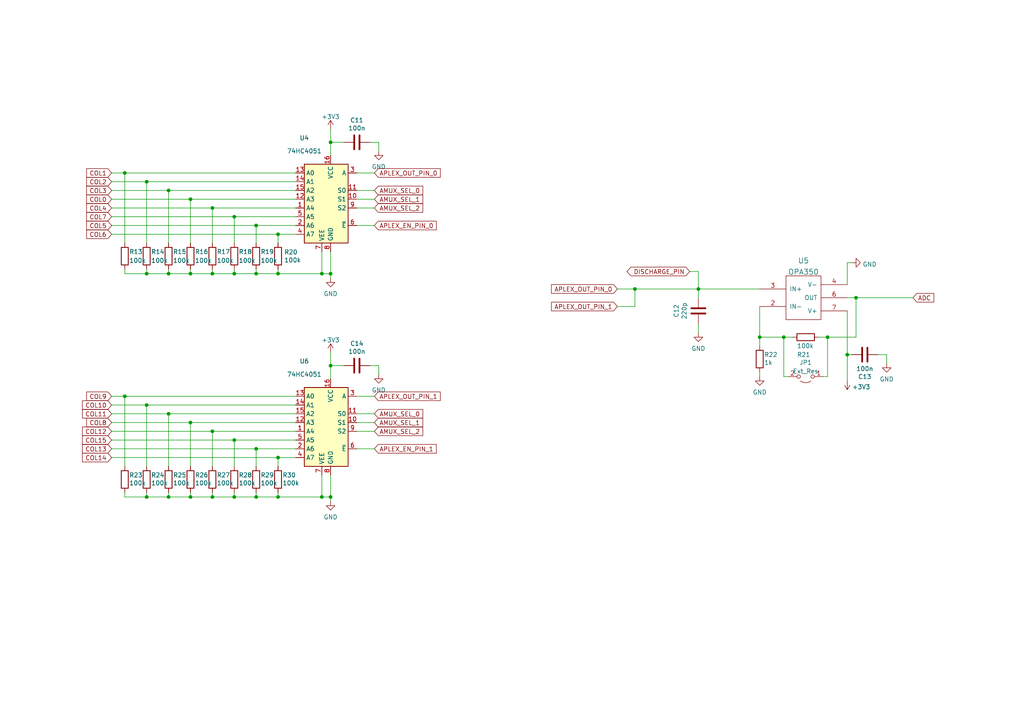
<source format=kicad_sch>
(kicad_sch (version 20211123) (generator eeschema)
  (paper "A4")
  (title_block (title "RF_R1_8-9Xu PCB - Analog Circuit") (date "2022-08-10") (rev "1") (company "Cipulot PCB Design ") (comment 1 "MIT License") (comment 2 "Cipulot"))
  (lib_symbols
    (symbol "74xx:74HC4051"
      (property "Reference" "U" (at -5.08 11.43 0))
      (property "Value" "74HC4051" (at -7.62 -13.97 0))
      (symbol "74HC4051_0_1"
        (rectangle (start -5.08 10.16) (end 7.62 -12.7) (stroke (width 0.254)) (fill (type background)))
      )
      (symbol "74HC4051_1_1"
        (pin passive line (at 10.16 -2.54 180) (length 2.54) (name "A4") (number "1"))
        (pin input line (at -7.62 0 0) (length 2.54) (name "S1") (number "10"))
        (pin input line (at -7.62 2.54 0) (length 2.54) (name "S0") (number "11"))
        (pin passive line (at 10.16 0 180) (length 2.54) (name "A3") (number "12"))
        (pin passive line (at 10.16 7.62 180) (length 2.54) (name "A0") (number "13"))
        (pin passive line (at 10.16 5.08 180) (length 2.54) (name "A1") (number "14"))
        (pin passive line (at 10.16 2.54 180) (length 2.54) (name "A2") (number "15"))
        (pin power_in line (at 0 12.7 270) (length 2.54) (name "VCC") (number "16"))
        (pin passive line (at 10.16 -7.62 180) (length 2.54) (name "A6") (number "2"))
        (pin passive line (at -7.62 7.62 0) (length 2.54) (name "A") (number "3"))
        (pin passive line (at 10.16 -10.16 180) (length 2.54) (name "A7") (number "4"))
        (pin passive line (at 10.16 -5.08 180) (length 2.54) (name "A5") (number "5"))
        (pin input line (at -7.62 -7.62 0) (length 2.54) (name "~{E}") (number "6"))
        (pin power_in line (at 2.54 -15.24 90) (length 2.54) (name "VEE") (number "7"))
        (pin power_in line (at 0 -15.24 90) (length 2.54) (name "GND") (number "8"))
        (pin input line (at -7.62 -2.54 0) (length 2.54) (name "S2") (number "9"))
      )
    )
    (symbol "Device:C" (pin_numbers hide) (pin_names (offset 0.254))
      (property "Reference" "C" (at 0.635 2.54 0))
      (property "Value" "C" (at 0.635 -2.54 0))
      (symbol "C_0_1"
        (polyline (pts (xy -2.032 -0.762) (xy 2.032 -0.762)) (stroke (width 0.508)))
        (polyline (pts (xy -2.032 0.762) (xy 2.032 0.762)) (stroke (width 0.508)))
      )
      (symbol "C_1_1"
        (pin passive line (at 0 3.81 270) (length 2.794) (name "~") (number "1"))
        (pin passive line (at 0 -3.81 90) (length 2.794) (name "~") (number "2"))
      )
    )
    (symbol "Device:R" (pin_numbers hide) (pin_names (offset 0))
      (property "Reference" "R" (at 2.032 0 90))
      (property "Value" "R" (at 0 0 90))
      (symbol "R_0_1"
        (rectangle (start -1.016 -2.54) (end 1.016 2.54) (stroke (width 0.254)))
      )
      (symbol "R_1_1"
        (pin passive line (at 0 3.81 270) (length 1.27) (name "~") (number "1"))
        (pin passive line (at 0 -3.81 90) (length 1.27) (name "~") (number "2"))
      )
    )
    (symbol "Jumper:Jumper_2_Open" (pin_names (offset 0) hide)
      (property "Reference" "JP" (at 0 2.794 0))
      (property "Value" "Jumper_2_Open" (at 0 -2.286 0))
      (symbol "Jumper_2_Open_0_0"
        (circle (center -2.032 0) (radius 0.508))
        (circle (center 2.032 0) (radius 0.508))
      )
      (symbol "Jumper_2_Open_0_1"
        (arc (start 1.524 1.27) (mid 0 1.778) (end -1.524 1.27))
      )
      (symbol "Jumper_2_Open_1_1"
        (pin passive line (at -5.08 0 0) (length 2.54) (name "A") (number "1"))
        (pin passive line (at 5.08 0 180) (length 2.54) (name "B") (number "2"))
      )
    )
    (symbol "burrbrown:OPA350" (pin_names (offset 1.016))
      (property "Reference" "U" (at 8.89 -7.62 0))
      (property "Value" "OPA350" (at 5.08 7.62 0))
      (symbol "OPA350_0_1"
        (rectangle (start 0 -6.35) (end 10.16 6.35))
        (pin input line (at -7.62 2.54 0) (length 7.62) (name "IN-") (number "2"))
        (pin input line (at -7.62 -2.54 0) (length 7.62) (name "IN+") (number "3"))
        (pin input line (at 17.78 -3.81 180) (length 7.62) (name "V-") (number "4"))
        (pin input line (at 17.78 0 180) (length 7.62) (name "OUT") (number "6"))
        (pin input line (at 17.78 3.81 180) (length 7.62) (name "V+") (number "7"))
      )
    )
    (symbol "power:+3.3V" (power) (pin_names (offset 0))
      (property "Value" "+3.3V" (at 0 3.556 0))
      (symbol "+3.3V_0_1"
        (polyline (pts (xy -0.762 1.27) (xy 0 2.54)))
        (polyline (pts (xy 0 0) (xy 0 2.54)))
        (polyline (pts (xy 0 2.54) (xy 0.762 1.27)))
      )
      (symbol "+3.3V_1_1"
        (pin power_in line (at 0 0 90) (length 0) hide (name "+3V3") (number "1"))
      )
    )
    (symbol "power:GND" (power) (pin_names (offset 0))
      (property "Value" "GND" (at 0 -3.81 0))
      (symbol "GND_0_1"
        (polyline (pts (xy 0 0) (xy 0 -1.27) (xy 1.27 -1.27) (xy 0 -2.54) (xy -1.27 -1.27) (xy 0 -1.27)))
      )
      (symbol "GND_1_1"
        (pin power_in line (at 0 0 270) (length 0) hide (name "GND") (number "1"))
      )
    )
  )
  (junction (at 248.285 86.36))
  (junction (at 93.345 79.375))
  (junction (at 55.245 57.785))
  (junction (at 95.885 41.275))
  (junction (at 95.885 79.375))
  (junction (at 80.645 132.715))
  (junction (at 74.295 130.175))
  (junction (at 74.295 79.375))
  (junction (at 67.945 144.145))
  (junction (at 42.545 117.475))
  (junction (at 67.945 127.635))
  (junction (at 93.345 144.145))
  (junction (at 48.895 79.375))
  (junction (at 202.565 83.82))
  (junction (at 55.245 79.375))
  (junction (at 184.15 83.82))
  (junction (at 220.345 97.79))
  (junction (at 67.945 79.375))
  (junction (at 42.545 79.375))
  (junction (at 61.595 60.325))
  (junction (at 95.885 106.045))
  (junction (at 61.595 125.095))
  (junction (at 42.545 144.145))
  (junction (at 74.295 65.405))
  (junction (at 227.33 97.79))
  (junction (at 48.895 144.145))
  (junction (at 55.245 144.145))
  (junction (at 80.645 67.945))
  (junction (at 67.945 62.865))
  (junction (at 95.885 144.145))
  (junction (at 36.195 50.165))
  (junction (at 61.595 144.145))
  (junction (at 240.03 97.79))
  (junction (at 55.245 122.555))
  (junction (at 61.595 79.375))
  (junction (at 42.545 52.705))
  (junction (at 36.195 114.935))
  (junction (at 245.745 102.87))
  (junction (at 48.895 120.015))
  (junction (at 80.645 79.375))
  (junction (at 48.895 55.245))
  (junction (at 74.295 144.145))
  (junction (at 80.645 144.145))
  (wire (pts (xy 248.285 97.79) (xy 248.285 86.36)))
  (wire (pts (xy 74.295 70.485) (xy 74.295 65.405)))
  (wire (pts (xy 32.385 114.935) (xy 36.195 114.935)))
  (wire (pts (xy 36.195 114.935) (xy 85.725 114.935)))
  (wire (pts (xy 95.885 80.645) (xy 95.885 79.375)))
  (wire (pts (xy 227.33 97.79) (xy 229.87 97.79)))
  (wire (pts (xy 36.195 70.485) (xy 36.195 50.165)))
  (wire (pts (xy 85.725 67.945) (xy 80.645 67.945)))
  (wire (pts (xy 36.195 144.145) (xy 42.545 144.145)))
  (wire (pts (xy 74.295 78.105) (xy 74.295 79.375)))
  (wire (pts (xy 220.345 97.79) (xy 227.33 97.79)))
  (wire (pts (xy 48.895 70.485) (xy 48.895 55.245)))
  (wire (pts (xy 107.315 106.045) (xy 109.855 106.045)))
  (wire (pts (xy 95.885 145.415) (xy 95.885 144.145)))
  (wire (pts (xy 85.725 57.785) (xy 55.245 57.785)))
  (wire (pts (xy 179.07 83.82) (xy 184.15 83.82)))
  (wire (pts (xy 80.645 70.485) (xy 80.645 67.945)))
  (wire (pts (xy 67.945 144.145) (xy 74.295 144.145)))
  (wire (pts (xy 55.245 122.555) (xy 32.385 122.555)))
  (wire (pts (xy 48.895 79.375) (xy 55.245 79.375)))
  (wire (pts (xy 80.645 135.255) (xy 80.645 132.715)))
  (wire (pts (xy 85.725 52.705) (xy 42.545 52.705)))
  (wire (pts (xy 55.245 144.145) (xy 61.595 144.145)))
  (wire (pts (xy 85.725 122.555) (xy 55.245 122.555)))
  (wire (pts (xy 200.025 78.74) (xy 202.565 78.74)))
  (wire (pts (xy 67.945 79.375) (xy 74.295 79.375)))
  (wire (pts (xy 85.725 55.245) (xy 48.895 55.245)))
  (wire (pts (xy 95.885 41.275) (xy 95.885 45.085)))
  (wire (pts (xy 248.285 86.36) (xy 264.795 86.36)))
  (wire (pts (xy 93.345 137.795) (xy 93.345 144.145)))
  (wire (pts (xy 32.385 125.095) (xy 61.595 125.095)))
  (wire (pts (xy 85.725 60.325) (xy 61.595 60.325)))
  (wire (pts (xy 55.245 78.105) (xy 55.245 79.375)))
  (wire (pts (xy 48.895 120.015) (xy 32.385 120.015)))
  (wire (pts (xy 202.565 86.36) (xy 202.565 83.82)))
  (wire (pts (xy 61.595 60.325) (xy 32.385 60.325)))
  (wire (pts (xy 61.595 144.145) (xy 67.945 144.145)))
  (wire (pts (xy 108.585 65.405) (xy 103.505 65.405)))
  (wire (pts (xy 61.595 79.375) (xy 67.945 79.375)))
  (wire (pts (xy 85.725 127.635) (xy 67.945 127.635)))
  (wire (pts (xy 32.385 67.945) (xy 80.645 67.945)))
  (wire (pts (xy 220.345 97.79) (xy 220.345 100.33)))
  (wire (pts (xy 80.645 79.375) (xy 93.345 79.375)))
  (wire (pts (xy 109.855 106.045) (xy 109.855 108.585)))
  (wire (pts (xy 202.565 78.74) (xy 202.565 83.82)))
  (wire (pts (xy 254.635 102.87) (xy 257.175 102.87)))
  (wire (pts (xy 74.295 144.145) (xy 80.645 144.145)))
  (wire (pts (xy 67.945 78.105) (xy 67.945 79.375)))
  (wire (pts (xy 85.725 125.095) (xy 61.595 125.095)))
  (wire (pts (xy 48.895 78.105) (xy 48.895 79.375)))
  (wire (pts (xy 55.245 122.555) (xy 55.245 135.255)))
  (wire (pts (xy 220.345 88.9) (xy 220.345 97.79)))
  (wire (pts (xy 248.285 86.36) (xy 245.745 86.36)))
  (wire (pts (xy 42.545 142.875) (xy 42.545 144.145)))
  (wire (pts (xy 108.585 130.175) (xy 103.505 130.175)))
  (wire (pts (xy 80.645 144.145) (xy 93.345 144.145)))
  (wire (pts (xy 42.545 70.485) (xy 42.545 52.705)))
  (wire (pts (xy 42.545 52.705) (xy 32.385 52.705)))
  (wire (pts (xy 42.545 135.255) (xy 42.545 117.475)))
  (wire (pts (xy 32.385 130.175) (xy 74.295 130.175)))
  (wire (pts (xy 93.345 73.025) (xy 93.345 79.375)))
  (wire (pts (xy 202.565 83.82) (xy 220.345 83.82)))
  (wire (pts (xy 179.07 88.9) (xy 184.15 88.9)))
  (wire (pts (xy 48.895 142.875) (xy 48.895 144.145)))
  (wire (pts (xy 237.49 97.79) (xy 240.03 97.79)))
  (wire (pts (xy 36.195 50.165) (xy 85.725 50.165)))
  (wire (pts (xy 184.15 83.82) (xy 202.565 83.82)))
  (wire (pts (xy 36.195 142.875) (xy 36.195 144.145)))
  (wire (pts (xy 103.505 57.785) (xy 108.585 57.785)))
  (wire (pts (xy 109.855 41.275) (xy 109.855 43.815)))
  (wire (pts (xy 85.725 62.865) (xy 67.945 62.865)))
  (wire (pts (xy 85.725 117.475) (xy 42.545 117.475)))
  (wire (pts (xy 95.885 102.235) (xy 95.885 106.045)))
  (wire (pts (xy 74.295 65.405) (xy 85.725 65.405)))
  (wire (pts (xy 32.385 50.165) (xy 36.195 50.165)))
  (wire (pts (xy 48.895 135.255) (xy 48.895 120.015)))
  (wire (pts (xy 108.585 50.165) (xy 103.505 50.165)))
  (wire (pts (xy 202.565 93.98) (xy 202.565 96.52)))
  (wire (pts (xy 61.595 70.485) (xy 61.595 60.325)))
  (wire (pts (xy 228.6 109.22) (xy 227.33 109.22)))
  (wire (pts (xy 67.945 135.255) (xy 67.945 127.635)))
  (wire (pts (xy 61.595 78.105) (xy 61.595 79.375)))
  (wire (pts (xy 74.295 135.255) (xy 74.295 130.175)))
  (wire (pts (xy 55.245 79.375) (xy 61.595 79.375)))
  (wire (pts (xy 95.885 137.795) (xy 95.885 144.145)))
  (wire (pts (xy 61.595 142.875) (xy 61.595 144.145)))
  (wire (pts (xy 107.315 41.275) (xy 109.855 41.275)))
  (wire (pts (xy 48.895 55.245) (xy 32.385 55.245)))
  (wire (pts (xy 36.195 135.255) (xy 36.195 114.935)))
  (wire (pts (xy 103.505 122.555) (xy 108.585 122.555)))
  (wire (pts (xy 80.645 142.875) (xy 80.645 144.145)))
  (wire (pts (xy 67.945 62.865) (xy 32.385 62.865)))
  (wire (pts (xy 220.345 107.95) (xy 220.345 109.22)))
  (wire (pts (xy 42.545 144.145) (xy 48.895 144.145)))
  (wire (pts (xy 93.345 144.145) (xy 95.885 144.145)))
  (wire (pts (xy 55.245 57.785) (xy 32.385 57.785)))
  (wire (pts (xy 36.195 78.105) (xy 36.195 79.375)))
  (wire (pts (xy 55.245 57.785) (xy 55.245 70.485)))
  (wire (pts (xy 85.725 120.015) (xy 48.895 120.015)))
  (wire (pts (xy 67.945 127.635) (xy 32.385 127.635)))
  (wire (pts (xy 32.385 65.405) (xy 74.295 65.405)))
  (wire (pts (xy 93.345 79.375) (xy 95.885 79.375)))
  (wire (pts (xy 95.885 37.465) (xy 95.885 41.275)))
  (wire (pts (xy 61.595 125.095) (xy 61.595 135.255)))
  (wire (pts (xy 36.195 79.375) (xy 42.545 79.375)))
  (wire (pts (xy 245.745 82.55) (xy 245.745 76.2)))
  (wire (pts (xy 74.295 142.875) (xy 74.295 144.145)))
  (wire (pts (xy 32.385 132.715) (xy 80.645 132.715)))
  (wire (pts (xy 42.545 79.375) (xy 48.895 79.375)))
  (wire (pts (xy 227.33 109.22) (xy 227.33 97.79)))
  (wire (pts (xy 74.295 79.375) (xy 80.645 79.375)))
  (wire (pts (xy 257.175 102.87) (xy 257.175 105.41)))
  (wire (pts (xy 42.545 78.105) (xy 42.545 79.375)))
  (wire (pts (xy 108.585 114.935) (xy 103.505 114.935)))
  (wire (pts (xy 103.505 120.015) (xy 108.585 120.015)))
  (wire (pts (xy 240.03 109.22) (xy 240.03 97.79)))
  (wire (pts (xy 245.745 90.17) (xy 245.745 102.87)))
  (wire (pts (xy 48.895 144.145) (xy 55.245 144.145)))
  (wire (pts (xy 99.695 41.275) (xy 95.885 41.275)))
  (wire (pts (xy 99.695 106.045) (xy 95.885 106.045)))
  (wire (pts (xy 67.945 70.485) (xy 67.945 62.865)))
  (wire (pts (xy 247.015 102.87) (xy 245.745 102.87)))
  (wire (pts (xy 184.15 83.82) (xy 184.15 88.9)))
  (wire (pts (xy 103.505 60.325) (xy 108.585 60.325)))
  (wire (pts (xy 42.545 117.475) (xy 32.385 117.475)))
  (wire (pts (xy 55.245 142.875) (xy 55.245 144.145)))
  (wire (pts (xy 245.745 76.2) (xy 247.015 76.2)))
  (wire (pts (xy 67.945 142.875) (xy 67.945 144.145)))
  (wire (pts (xy 95.885 106.045) (xy 95.885 109.855)))
  (wire (pts (xy 103.505 125.095) (xy 108.585 125.095)))
  (wire (pts (xy 240.03 97.79) (xy 248.285 97.79)))
  (wire (pts (xy 103.505 55.245) (xy 108.585 55.245)))
  (wire (pts (xy 80.645 78.105) (xy 80.645 79.375)))
  (wire (pts (xy 74.295 130.175) (xy 85.725 130.175)))
  (wire (pts (xy 95.885 73.025) (xy 95.885 79.375)))
  (wire (pts (xy 238.76 109.22) (xy 240.03 109.22)))
  (wire (pts (xy 85.725 132.715) (xy 80.645 132.715)))
  (wire (pts (xy 245.745 110.49) (xy 245.745 102.87)))
  (global_label "AMUX_SEL_2" (shape input) (at 108.585 125.095 0) (property "Intersheet References" "${INTERSHEET_REFS}" (effects hide)))
  (global_label "COL2" (shape input) (at 32.385 52.705 180) (property "Intersheet References" "${INTERSHEET_REFS}" (effects hide)))
  (global_label "COL11" (shape input) (at 32.385 120.015 180) (property "Intersheet References" "${INTERSHEET_REFS}" (effects hide)))
  (global_label "COL3" (shape input) (at 32.385 55.245 180) (property "Intersheet References" "${INTERSHEET_REFS}" (effects hide)))
  (global_label "AMUX_SEL_0" (shape input) (at 108.585 55.245 0) (property "Intersheet References" "${INTERSHEET_REFS}" (effects hide)))
  (global_label "APLEX_OUT_PIN_1" (shape input) (at 108.585 114.935 0) (property "Intersheet References" "${INTERSHEET_REFS}" (effects hide)))
  (global_label "APLEX_OUT_PIN_1" (shape input) (at 179.07 88.9 180) (property "Intersheet References" "${INTERSHEET_REFS}" (effects hide)))
  (global_label "COL9" (shape input) (at 32.385 114.935 180) (property "Intersheet References" "${INTERSHEET_REFS}" (effects hide)))
  (global_label "AMUX_SEL_1" (shape input) (at 108.585 57.785 0) (property "Intersheet References" "${INTERSHEET_REFS}" (effects hide)))
  (global_label "DISCHARGE_PIN" (shape bidirectional) (at 200.025 78.74 180) (property "Intersheet References" "${INTERSHEET_REFS}" (effects hide)))
  (global_label "COL4" (shape input) (at 32.385 60.325 180) (property "Intersheet References" "${INTERSHEET_REFS}" (effects hide)))
  (global_label "COL7" (shape input) (at 32.385 62.865 180) (property "Intersheet References" "${INTERSHEET_REFS}" (effects hide)))
  (global_label "APLEX_OUT_PIN_0" (shape input) (at 108.585 50.165 0) (property "Intersheet References" "${INTERSHEET_REFS}" (effects hide)))
  (global_label "AMUX_SEL_1" (shape input) (at 108.585 122.555 0) (property "Intersheet References" "${INTERSHEET_REFS}" (effects hide)))
  (global_label "ADC" (shape input) (at 264.795 86.36 0) (property "Intersheet References" "${INTERSHEET_REFS}" (effects hide)))
  (global_label "COL14" (shape input) (at 32.385 132.715 180) (property "Intersheet References" "${INTERSHEET_REFS}" (effects hide)))
  (global_label "COL15" (shape input) (at 32.385 127.635 180) (property "Intersheet References" "${INTERSHEET_REFS}" (effects hide)))
  (global_label "COL12" (shape input) (at 32.385 125.095 180) (property "Intersheet References" "${INTERSHEET_REFS}" (effects hide)))
  (global_label "AMUX_SEL_2" (shape input) (at 108.585 60.325 0) (property "Intersheet References" "${INTERSHEET_REFS}" (effects hide)))
  (global_label "COL1" (shape input) (at 32.385 50.165 180) (property "Intersheet References" "${INTERSHEET_REFS}" (effects hide)))
  (global_label "APLEX_OUT_PIN_0" (shape input) (at 179.07 83.82 180) (property "Intersheet References" "${INTERSHEET_REFS}" (effects hide)))
  (global_label "COL6" (shape input) (at 32.385 67.945 180) (property "Intersheet References" "${INTERSHEET_REFS}" (effects hide)))
  (global_label "COL8" (shape input) (at 32.385 122.555 180) (property "Intersheet References" "${INTERSHEET_REFS}" (effects hide)))
  (global_label "COL13" (shape input) (at 32.385 130.175 180) (property "Intersheet References" "${INTERSHEET_REFS}" (effects hide)))
  (global_label "COL10" (shape input) (at 32.385 117.475 180) (property "Intersheet References" "${INTERSHEET_REFS}" (effects hide)))
  (global_label "APLEX_EN_PIN_0" (shape input) (at 108.585 65.405 0) (property "Intersheet References" "${INTERSHEET_REFS}" (effects hide)))
  (global_label "COL0" (shape input) (at 32.385 57.785 180) (property "Intersheet References" "${INTERSHEET_REFS}" (effects hide)))
  (global_label "AMUX_SEL_0" (shape input) (at 108.585 120.015 0) (property "Intersheet References" "${INTERSHEET_REFS}" (effects hide)))
  (global_label "APLEX_EN_PIN_1" (shape input) (at 108.585 130.175 0) (property "Intersheet References" "${INTERSHEET_REFS}" (effects hide)))
  (global_label "COL5" (shape input) (at 32.385 65.405 180) (property "Intersheet References" "${INTERSHEET_REFS}" (effects hide)))
  (symbol (lib_id "Device:R") (at 36.195 139.065 0) (unit 1)
    (property "Reference" "R23" (at 37.465 137.795 0) (effects (justify left)))
    (property "Value" "100k" (at 37.465 140.1064 0) (effects (justify left)))
    (property "Footprint" "Resistor_SMD:R_0402_1005Metric" (effects hide))
    (property "LCSC" "C25741" (effects hide))
  )
  (symbol (lib_id "74xx:74HC4051") (at 95.885 57.785 0) (mirror y) (unit 1)
    (property "Reference" "U4" (at 88.265 40.005 0))
    (property "Value" "74HC4051" (at 88.265 43.815 0))
    (property "Footprint" "cipulot_parts:TSSOP16" (effects hide))
    (property "Datasheet" "http://www.ti.com/lit/ds/symlink/cd74hc4051.pdf" (effects hide))
    (property "LCSC" "C5645" (effects hide))
  )
  (symbol (lib_id "Device:R") (at 61.595 139.065 0) (unit 1)
    (property "Reference" "R27" (at 62.865 137.795 0) (effects (justify left)))
    (property "Value" "100k" (at 62.865 140.1064 0) (effects (justify left)))
    (property "Footprint" "Resistor_SMD:R_0402_1005Metric" (effects hide))
    (property "LCSC" "C25741" (effects hide))
  )
  (symbol (lib_id "Device:R") (at 42.545 74.295 0) (unit 1)
    (property "Reference" "R14" (at 43.815 73.025 0) (effects (justify left)))
    (property "Value" "100k" (at 43.815 75.565 0) (effects (justify left)))
    (property "Footprint" "Resistor_SMD:R_0402_1005Metric" (effects hide))
    (property "LCSC" "C25741" (effects hide))
  )
  (symbol (lib_id "power:GND") (at 202.565 96.52 0) (unit 1)
    (property "Reference" "#PWR060" (effects hide))
    (property "Value" "GND" (at 202.565 101.0825 0))
  )
  (symbol (lib_id "Device:R") (at 67.945 139.065 0) (unit 1)
    (property "Reference" "R28" (at 69.215 137.795 0) (effects (justify left)))
    (property "Value" "100k" (at 69.215 140.1064 0) (effects (justify left)))
    (property "Footprint" "Resistor_SMD:R_0402_1005Metric" (effects hide))
    (property "LCSC" "C25741" (effects hide))
  )
  (symbol (lib_id "power:GND") (at 109.855 43.815 0) (unit 1)
    (property "Reference" "#PWR057" (effects hide))
    (property "Value" "GND" (at 109.855 48.3775 0))
  )
  (symbol (lib_id "Device:R") (at 233.68 97.79 270) (unit 1)
    (property "Reference" "R21" (at 231.14 102.87 90) (effects (justify left)))
    (property "Value" "100k" (at 231.14 100.33 90) (effects (justify left)))
    (property "Footprint" "Resistor_SMD:R_0603_1608Metric" (effects hide))
    (property "LCSC" "C25803" (effects hide))
  )
  (symbol (lib_id "power:GND") (at 220.345 109.22 0) (unit 1)
    (property "Reference" "#PWR064" (effects hide))
    (property "Value" "GND" (at 220.345 113.7825 0))
  )
  (symbol (lib_id "Device:R") (at 67.945 74.295 0) (unit 1)
    (property "Reference" "R18" (at 69.215 73.025 0) (effects (justify left)))
    (property "Value" "100k" (at 69.215 75.565 0) (effects (justify left)))
    (property "Footprint" "Resistor_SMD:R_0402_1005Metric" (effects hide))
    (property "LCSC" "C25741" (effects hide))
  )
  (symbol (lib_id "Device:R") (at 36.195 74.295 0) (unit 1)
    (property "Reference" "R13" (at 37.465 73.025 0) (effects (justify left)))
    (property "Value" "100k" (at 37.465 75.565 0) (effects (justify left)))
    (property "Footprint" "Resistor_SMD:R_0402_1005Metric" (effects hide))
    (property "LCSC" "C25741" (effects hide))
  )
  (symbol (lib_id "Device:R") (at 80.645 139.065 0) (unit 1)
    (property "Reference" "R30" (at 81.915 137.795 0) (effects (justify left)))
    (property "Value" "100k" (at 81.915 140.1064 0) (effects (justify left)))
    (property "Footprint" "Resistor_SMD:R_0402_1005Metric" (effects hide))
    (property "LCSC" "C25741" (effects hide))
  )
  (symbol (lib_id "74xx:74HC4051") (at 95.885 122.555 0) (mirror y) (unit 1)
    (property "Reference" "U6" (at 88.265 104.775 0))
    (property "Value" "74HC4051" (at 88.265 108.585 0))
    (property "Footprint" "cipulot_parts:TSSOP16" (effects hide))
    (property "Datasheet" "http://www.ti.com/lit/ds/symlink/cd74hc4051.pdf" (effects hide))
    (property "LCSC" "C5645" (effects hide))
  )
  (symbol (lib_id "Device:R") (at 55.245 74.295 0) (unit 1)
    (property "Reference" "R16" (at 56.515 73.025 0) (effects (justify left)))
    (property "Value" "100k" (at 56.515 75.565 0) (effects (justify left)))
    (property "Footprint" "Resistor_SMD:R_0402_1005Metric" (effects hide))
    (property "LCSC" "C25741" (effects hide))
  )
  (symbol (lib_id "Device:R") (at 220.345 104.14 0) (unit 1)
    (property "Reference" "R22" (at 221.615 102.87 0) (effects (justify left)))
    (property "Value" "1k" (at 221.615 105.1814 0) (effects (justify left)))
    (property "Footprint" "Resistor_SMD:R_0603_1608Metric" (effects hide))
    (property "LCSC" "C21190" (effects hide))
  )
  (symbol (lib_id "Device:C") (at 202.565 90.17 0) (unit 1)
    (property "Reference" "C12" (at 196.1642 90.17 90))
    (property "Value" "220p" (at 198.4756 90.17 90))
    (property "Footprint" "Capacitor_SMD:C_0603_1608Metric" (effects hide))
    (property "LCSC" "C1603" (effects hide))
  )
  (symbol (lib_id "power:GND") (at 247.015 76.2 90) (unit 1)
    (property "Reference" "#PWR058" (effects hide))
    (property "Value" "GND" (at 250.19 76.679 90) (effects (justify right)))
  )
  (symbol (lib_id "power:GND") (at 109.855 108.585 0) (unit 1)
    (property "Reference" "#PWR063" (effects hide))
    (property "Value" "GND" (at 109.855 113.1475 0))
  )
  (symbol (lib_id "Device:R") (at 74.295 74.295 0) (unit 1)
    (property "Reference" "R19" (at 75.565 73.025 0) (effects (justify left)))
    (property "Value" "100k" (at 75.565 75.565 0) (effects (justify left)))
    (property "Footprint" "Resistor_SMD:R_0402_1005Metric" (effects hide))
    (property "LCSC" "C25741" (effects hide))
  )
  (symbol (lib_id "Device:R") (at 80.645 74.295 0) (unit 1)
    (property "Reference" "R20" (at 82.423 73.1266 0) (effects (justify left)))
    (property "Value" "100k" (at 82.423 75.438 0) (effects (justify left)))
    (property "Footprint" "Resistor_SMD:R_0402_1005Metric" (effects hide))
    (property "LCSC" "C25741" (effects hide))
  )
  (symbol (lib_id "Device:R") (at 48.895 139.065 0) (unit 1)
    (property "Reference" "R25" (at 50.165 137.795 0) (effects (justify left)))
    (property "Value" "100k" (at 50.165 140.1064 0) (effects (justify left)))
    (property "Footprint" "Resistor_SMD:R_0402_1005Metric" (effects hide))
    (property "LCSC" "C25741" (effects hide))
  )
  (symbol (lib_id "Device:R") (at 42.545 139.065 0) (unit 1)
    (property "Reference" "R24" (at 43.815 137.795 0) (effects (justify left)))
    (property "Value" "100k" (at 43.815 140.1064 0) (effects (justify left)))
    (property "Footprint" "Resistor_SMD:R_0402_1005Metric" (effects hide))
    (property "LCSC" "C25741" (effects hide))
  )
  (symbol (lib_id "Device:R") (at 48.895 74.295 0) (unit 1)
    (property "Reference" "R15" (at 50.165 73.025 0) (effects (justify left)))
    (property "Value" "100k" (at 50.165 75.565 0) (effects (justify left)))
    (property "Footprint" "Resistor_SMD:R_0402_1005Metric" (effects hide))
    (property "LCSC" "C25741" (effects hide))
  )
  (symbol (lib_id "power:GND") (at 257.175 105.41 0) (unit 1)
    (property "Reference" "#PWR062" (effects hide))
    (property "Value" "GND" (at 257.175 109.9725 0))
  )
  (symbol (lib_id "Device:C") (at 103.505 106.045 270) (unit 1)
    (property "Reference" "C14" (at 103.505 99.6442 90))
    (property "Value" "100n" (at 103.505 101.9556 90))
    (property "Footprint" "Capacitor_SMD:C_0402_1005Metric" (effects hide))
    (property "LCSC" "C307331" (effects hide))
  )
  (symbol (lib_id "power:GND") (at 95.885 80.645 0) (unit 1)
    (property "Reference" "#PWR059" (effects hide))
    (property "Value" "GND" (at 95.885 85.2075 0))
  )
  (symbol (lib_id "power:+3.3V") (at 95.885 37.465 0) (unit 1)
    (property "Reference" "#PWR056" (effects hide))
    (property "Value" "+3.3V" (at 95.885 33.8605 0))
  )
  (symbol (lib_id "Device:C") (at 250.825 102.87 270) (mirror x) (unit 1)
    (property "Reference" "C13" (at 250.825 109.2708 90))
    (property "Value" "100n" (at 250.825 106.9594 90))
    (property "Footprint" "Capacitor_SMD:C_0402_1005Metric" (effects hide))
    (property "LCSC" "C307331" (effects hide))
  )
  (symbol (lib_id "burrbrown:OPA350") (at 227.965 86.36 0) (mirror x) (unit 1)
    (property "Reference" "U5" (at 233.045 75.6061 0) (effects (font (size 1.524 1.524))))
    (property "Value" "OPA350" (at 233.045 78.8851 0) (effects (font (size 1.524 1.524))))
    (property "Footprint" "Package_SO:SOIC-8_3.9x4.9mm_P1.27mm" (effects hide))
    (property "LCSC" "C13388" (effects hide))
  )
  (symbol (lib_id "power:GND") (at 95.885 145.415 0) (unit 1)
    (property "Reference" "#PWR066" (effects hide))
    (property "Value" "GND" (at 95.885 149.9775 0))
  )
  (symbol (lib_id "Device:C") (at 103.505 41.275 270) (unit 1)
    (property "Reference" "C11" (at 103.505 34.8742 90))
    (property "Value" "100n" (at 103.505 37.1856 90))
    (property "Footprint" "Capacitor_SMD:C_0402_1005Metric" (effects hide))
    (property "LCSC" "C307331" (effects hide))
  )
  (symbol (lib_id "power:+3.3V") (at 245.745 110.49 180) (unit 1)
    (property "Reference" "#PWR065" (effects hide))
    (property "Value" "+3.3V" (at 247.142 112.239 0) (effects (justify right)))
  )
  (symbol (lib_id "Device:R") (at 55.245 139.065 0) (unit 1)
    (property "Reference" "R26" (at 56.515 137.795 0) (effects (justify left)))
    (property "Value" "100k" (at 56.515 140.1064 0) (effects (justify left)))
    (property "Footprint" "Resistor_SMD:R_0402_1005Metric" (effects hide))
    (property "LCSC" "C25741" (effects hide))
  )
  (symbol (lib_id "Device:R") (at 74.295 139.065 0) (unit 1)
    (property "Reference" "R29" (at 75.565 137.795 0) (effects (justify left)))
    (property "Value" "100k" (at 75.565 140.1064 0) (effects (justify left)))
    (property "Footprint" "Resistor_SMD:R_0402_1005Metric" (effects hide))
    (property "LCSC" "C25741" (effects hide))
  )
  (symbol (lib_id "power:+3.3V") (at 95.885 102.235 0) (unit 1)
    (property "Reference" "#PWR061" (effects hide))
    (property "Value" "+3.3V" (at 95.885 98.6305 0))
  )
  (symbol (lib_id "Jumper:Jumper_2_Open") (at 233.68 109.22 180) (unit 1)
    (property "Reference" "JP1" (at 233.68 105.1392 0))
    (property "Value" "Ext_Res" (at 233.68 107.6761 0))
    (property "Footprint" "Resistor_SMD:R_0603_1608Metric" (effects hide))
  )
  (symbol (lib_id "Device:R") (at 61.595 74.295 0) (unit 1)
    (property "Reference" "R17" (at 62.865 73.025 0) (effects (justify left)))
    (property "Value" "100k" (at 62.865 75.565 0) (effects (justify left)))
    (property "Footprint" "Resistor_SMD:R_0402_1005Metric" (effects hide))
    (property "LCSC" "C25741" (effects hide))
  )
)
</source>
